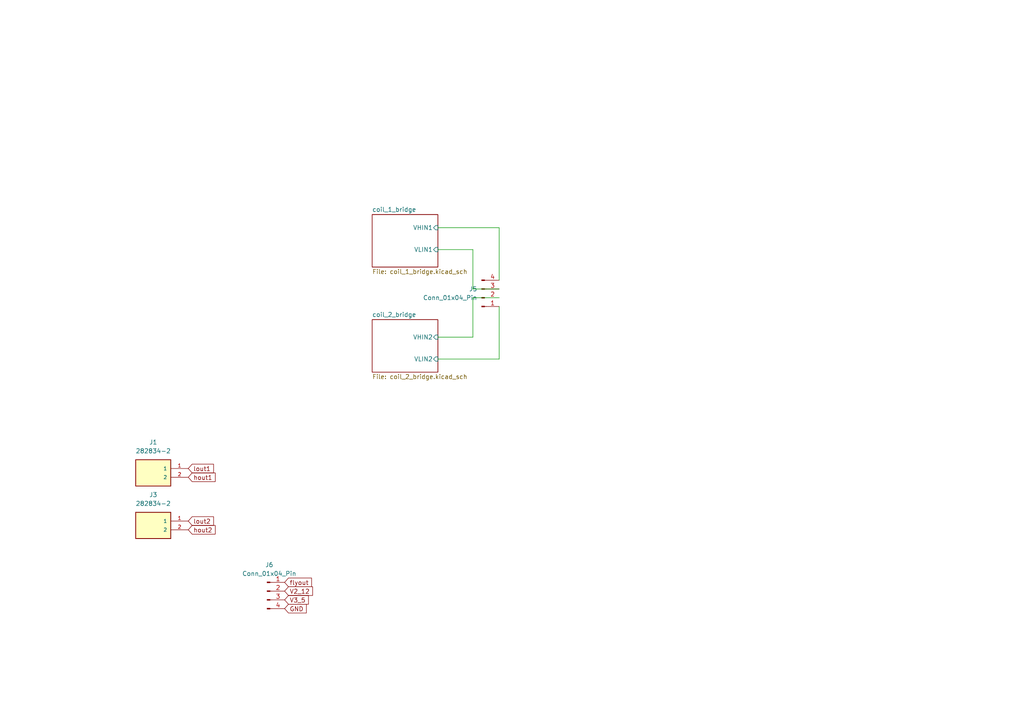
<source format=kicad_sch>
(kicad_sch
	(version 20231120)
	(generator "eeschema")
	(generator_version "8.0")
	(uuid "edf94242-0cdc-4580-8fae-fd56a0fef1a3")
	(paper "A4")
	(lib_symbols
		(symbol "282834-2:282834-2"
			(pin_names
				(offset 1.016)
			)
			(exclude_from_sim no)
			(in_bom yes)
			(on_board yes)
			(property "Reference" "J"
				(at -7.62 5.842 0)
				(effects
					(font
						(size 1.27 1.27)
					)
					(justify left bottom)
				)
			)
			(property "Value" "282834-2"
				(at -7.62 -5.08 0)
				(effects
					(font
						(size 1.27 1.27)
					)
					(justify left bottom)
				)
			)
			(property "Footprint" "282834-2:TE_282834-2"
				(at 0 0 0)
				(effects
					(font
						(size 1.27 1.27)
					)
					(justify bottom)
					(hide yes)
				)
			)
			(property "Datasheet" ""
				(at 0 0 0)
				(effects
					(font
						(size 1.27 1.27)
					)
					(hide yes)
				)
			)
			(property "Description" ""
				(at 0 0 0)
				(effects
					(font
						(size 1.27 1.27)
					)
					(hide yes)
				)
			)
			(property "Check_prices" "https://www.snapeda.com/parts/282834-2/TE+Connectivity+AMP+Connectors/view-part/?ref=eda"
				(at 0 0 0)
				(effects
					(font
						(size 1.27 1.27)
					)
					(justify bottom)
					(hide yes)
				)
			)
			(property "Package" "None"
				(at 0 0 0)
				(effects
					(font
						(size 1.27 1.27)
					)
					(justify bottom)
					(hide yes)
				)
			)
			(property "STANDARD" "Manufacturer Recommendations"
				(at 0 0 0)
				(effects
					(font
						(size 1.27 1.27)
					)
					(justify bottom)
					(hide yes)
				)
			)
			(property "PARTREV" "D"
				(at 0 0 0)
				(effects
					(font
						(size 1.27 1.27)
					)
					(justify bottom)
					(hide yes)
				)
			)
			(property "SnapEDA_Link" "https://www.snapeda.com/parts/282834-2/TE+Connectivity+AMP+Connectors/view-part/?ref=snap"
				(at 0 0 0)
				(effects
					(font
						(size 1.27 1.27)
					)
					(justify bottom)
					(hide yes)
				)
			)
			(property "Description_1" "\n                        \n                            Terminal Block Connector PCB 2.54 mm 30-16 AWG Green 10 A 150 V M1.6 | TE Connectivity 282834-2\n                        \n"
				(at 0 0 0)
				(effects
					(font
						(size 1.27 1.27)
					)
					(justify bottom)
					(hide yes)
				)
			)
			(property "Number_of_Positions" "2"
				(at 0 0 0)
				(effects
					(font
						(size 1.27 1.27)
					)
					(justify bottom)
					(hide yes)
				)
			)
			(property "MANUFACTURER" "TE Connectivity"
				(at 0 0 0)
				(effects
					(font
						(size 1.27 1.27)
					)
					(justify bottom)
					(hide yes)
				)
			)
			(property "Comment" "282834-2"
				(at 0 0 0)
				(effects
					(font
						(size 1.27 1.27)
					)
					(justify bottom)
					(hide yes)
				)
			)
			(property "MF" "TE Connectivity"
				(at 0 0 0)
				(effects
					(font
						(size 1.27 1.27)
					)
					(justify bottom)
					(hide yes)
				)
			)
			(property "MAXIMUM_PACKAGE_HEIGHT" "10 mm"
				(at 0 0 0)
				(effects
					(font
						(size 1.27 1.27)
					)
					(justify bottom)
					(hide yes)
				)
			)
			(property "Price" "None"
				(at 0 0 0)
				(effects
					(font
						(size 1.27 1.27)
					)
					(justify bottom)
					(hide yes)
				)
			)
			(property "MP" "282834-2"
				(at 0 0 0)
				(effects
					(font
						(size 1.27 1.27)
					)
					(justify bottom)
					(hide yes)
				)
			)
			(property "EU_RoHS_Compliance" "Compliant with Exemptions"
				(at 0 0 0)
				(effects
					(font
						(size 1.27 1.27)
					)
					(justify bottom)
					(hide yes)
				)
			)
			(property "Availability" "In Stock"
				(at 0 0 0)
				(effects
					(font
						(size 1.27 1.27)
					)
					(justify bottom)
					(hide yes)
				)
			)
			(property "Centerline_Pitch" "2.54 mm[.1 in]"
				(at 0 0 0)
				(effects
					(font
						(size 1.27 1.27)
					)
					(justify bottom)
					(hide yes)
				)
			)
			(property "SNAPEDA_PN" "282834-2"
				(at 0 0 0)
				(effects
					(font
						(size 1.27 1.27)
					)
					(justify bottom)
					(hide yes)
				)
			)
			(symbol "282834-2_0_0"
				(rectangle
					(start -7.62 -2.54)
					(end 2.54 5.08)
					(stroke
						(width 0.254)
						(type default)
					)
					(fill
						(type background)
					)
				)
				(pin passive line
					(at 7.62 2.54 180)
					(length 5.08)
					(name "1"
						(effects
							(font
								(size 1.016 1.016)
							)
						)
					)
					(number "1"
						(effects
							(font
								(size 1.016 1.016)
							)
						)
					)
				)
				(pin passive line
					(at 7.62 0 180)
					(length 5.08)
					(name "2"
						(effects
							(font
								(size 1.016 1.016)
							)
						)
					)
					(number "2"
						(effects
							(font
								(size 1.016 1.016)
							)
						)
					)
				)
			)
		)
		(symbol "Connector:Conn_01x04_Pin"
			(pin_names
				(offset 1.016) hide)
			(exclude_from_sim no)
			(in_bom yes)
			(on_board yes)
			(property "Reference" "J"
				(at 0 5.08 0)
				(effects
					(font
						(size 1.27 1.27)
					)
				)
			)
			(property "Value" "Conn_01x04_Pin"
				(at 0 -7.62 0)
				(effects
					(font
						(size 1.27 1.27)
					)
				)
			)
			(property "Footprint" ""
				(at 0 0 0)
				(effects
					(font
						(size 1.27 1.27)
					)
					(hide yes)
				)
			)
			(property "Datasheet" "~"
				(at 0 0 0)
				(effects
					(font
						(size 1.27 1.27)
					)
					(hide yes)
				)
			)
			(property "Description" "Generic connector, single row, 01x04, script generated"
				(at 0 0 0)
				(effects
					(font
						(size 1.27 1.27)
					)
					(hide yes)
				)
			)
			(property "ki_locked" ""
				(at 0 0 0)
				(effects
					(font
						(size 1.27 1.27)
					)
				)
			)
			(property "ki_keywords" "connector"
				(at 0 0 0)
				(effects
					(font
						(size 1.27 1.27)
					)
					(hide yes)
				)
			)
			(property "ki_fp_filters" "Connector*:*_1x??_*"
				(at 0 0 0)
				(effects
					(font
						(size 1.27 1.27)
					)
					(hide yes)
				)
			)
			(symbol "Conn_01x04_Pin_1_1"
				(polyline
					(pts
						(xy 1.27 -5.08) (xy 0.8636 -5.08)
					)
					(stroke
						(width 0.1524)
						(type default)
					)
					(fill
						(type none)
					)
				)
				(polyline
					(pts
						(xy 1.27 -2.54) (xy 0.8636 -2.54)
					)
					(stroke
						(width 0.1524)
						(type default)
					)
					(fill
						(type none)
					)
				)
				(polyline
					(pts
						(xy 1.27 0) (xy 0.8636 0)
					)
					(stroke
						(width 0.1524)
						(type default)
					)
					(fill
						(type none)
					)
				)
				(polyline
					(pts
						(xy 1.27 2.54) (xy 0.8636 2.54)
					)
					(stroke
						(width 0.1524)
						(type default)
					)
					(fill
						(type none)
					)
				)
				(rectangle
					(start 0.8636 -4.953)
					(end 0 -5.207)
					(stroke
						(width 0.1524)
						(type default)
					)
					(fill
						(type outline)
					)
				)
				(rectangle
					(start 0.8636 -2.413)
					(end 0 -2.667)
					(stroke
						(width 0.1524)
						(type default)
					)
					(fill
						(type outline)
					)
				)
				(rectangle
					(start 0.8636 0.127)
					(end 0 -0.127)
					(stroke
						(width 0.1524)
						(type default)
					)
					(fill
						(type outline)
					)
				)
				(rectangle
					(start 0.8636 2.667)
					(end 0 2.413)
					(stroke
						(width 0.1524)
						(type default)
					)
					(fill
						(type outline)
					)
				)
				(pin passive line
					(at 5.08 2.54 180)
					(length 3.81)
					(name "Pin_1"
						(effects
							(font
								(size 1.27 1.27)
							)
						)
					)
					(number "1"
						(effects
							(font
								(size 1.27 1.27)
							)
						)
					)
				)
				(pin passive line
					(at 5.08 0 180)
					(length 3.81)
					(name "Pin_2"
						(effects
							(font
								(size 1.27 1.27)
							)
						)
					)
					(number "2"
						(effects
							(font
								(size 1.27 1.27)
							)
						)
					)
				)
				(pin passive line
					(at 5.08 -2.54 180)
					(length 3.81)
					(name "Pin_3"
						(effects
							(font
								(size 1.27 1.27)
							)
						)
					)
					(number "3"
						(effects
							(font
								(size 1.27 1.27)
							)
						)
					)
				)
				(pin passive line
					(at 5.08 -5.08 180)
					(length 3.81)
					(name "Pin_4"
						(effects
							(font
								(size 1.27 1.27)
							)
						)
					)
					(number "4"
						(effects
							(font
								(size 1.27 1.27)
							)
						)
					)
				)
			)
		)
	)
	(wire
		(pts
			(xy 137.16 86.36) (xy 144.78 86.36)
		)
		(stroke
			(width 0)
			(type default)
		)
		(uuid "026b6d82-3957-4c52-9e88-9efea39a986b")
	)
	(wire
		(pts
			(xy 137.16 72.39) (xy 127 72.39)
		)
		(stroke
			(width 0)
			(type default)
		)
		(uuid "03d55461-4c1c-4238-9e0f-4fadb0bb1404")
	)
	(wire
		(pts
			(xy 137.16 83.82) (xy 137.16 72.39)
		)
		(stroke
			(width 0)
			(type default)
		)
		(uuid "20259597-1a2a-448d-a96c-790d03565b01")
	)
	(wire
		(pts
			(xy 127 104.14) (xy 144.78 104.14)
		)
		(stroke
			(width 0)
			(type default)
		)
		(uuid "293e1dd1-2676-4f06-b671-4de66718a500")
	)
	(wire
		(pts
			(xy 144.78 66.04) (xy 144.78 81.28)
		)
		(stroke
			(width 0)
			(type default)
		)
		(uuid "402b9c91-7d90-43a2-9db5-0a240a151a6c")
	)
	(wire
		(pts
			(xy 127 97.79) (xy 137.16 97.79)
		)
		(stroke
			(width 0)
			(type default)
		)
		(uuid "687dbde6-6291-4f22-bd3b-f702670df529")
	)
	(wire
		(pts
			(xy 127 66.04) (xy 144.78 66.04)
		)
		(stroke
			(width 0)
			(type default)
		)
		(uuid "ac134391-64a1-4cf5-8881-bf0c46491c48")
	)
	(wire
		(pts
			(xy 137.16 97.79) (xy 137.16 86.36)
		)
		(stroke
			(width 0)
			(type default)
		)
		(uuid "bc1e7dc1-63d0-44b2-a12c-15ba3c30e764")
	)
	(wire
		(pts
			(xy 144.78 88.9) (xy 144.78 104.14)
		)
		(stroke
			(width 0)
			(type default)
		)
		(uuid "cc07fcce-0081-469e-ae72-ee06f603a4ac")
	)
	(wire
		(pts
			(xy 137.16 83.82) (xy 144.78 83.82)
		)
		(stroke
			(width 0)
			(type default)
		)
		(uuid "f51c6936-01ce-4c7f-b0eb-f0fa784e61dd")
	)
	(global_label "lout1"
		(shape input)
		(at 54.61 135.89 0)
		(fields_autoplaced yes)
		(effects
			(font
				(size 1.27 1.27)
			)
			(justify left)
		)
		(uuid "39869d56-93b4-447a-9be4-42aa9d3df220")
		(property "Intersheetrefs" "${INTERSHEET_REFS}"
			(at 62.4936 135.89 0)
			(effects
				(font
					(size 1.27 1.27)
				)
				(justify left)
				(hide yes)
			)
		)
	)
	(global_label "GND"
		(shape input)
		(at 82.55 176.53 0)
		(fields_autoplaced yes)
		(effects
			(font
				(size 1.27 1.27)
			)
			(justify left)
		)
		(uuid "54f463d7-7fea-4aa4-baee-97c54a8afcc6")
		(property "Intersheetrefs" "${INTERSHEET_REFS}"
			(at 89.4057 176.53 0)
			(effects
				(font
					(size 1.27 1.27)
				)
				(justify left)
				(hide yes)
			)
		)
	)
	(global_label "V3_5"
		(shape input)
		(at 82.55 173.99 0)
		(fields_autoplaced yes)
		(effects
			(font
				(size 1.27 1.27)
			)
			(justify left)
		)
		(uuid "66f1dfff-a8d6-4c5d-963b-a200007c7494")
		(property "Intersheetrefs" "${INTERSHEET_REFS}"
			(at 90.0104 173.99 0)
			(effects
				(font
					(size 1.27 1.27)
				)
				(justify left)
				(hide yes)
			)
		)
	)
	(global_label "flyout"
		(shape input)
		(at 82.55 168.91 0)
		(fields_autoplaced yes)
		(effects
			(font
				(size 1.27 1.27)
			)
			(justify left)
		)
		(uuid "6d798c2c-bb66-4e71-addc-8fd8195a03d5")
		(property "Intersheetrefs" "${INTERSHEET_REFS}"
			(at 90.9174 168.91 0)
			(effects
				(font
					(size 1.27 1.27)
				)
				(justify left)
				(hide yes)
			)
		)
	)
	(global_label "lout2"
		(shape input)
		(at 54.61 151.13 0)
		(fields_autoplaced yes)
		(effects
			(font
				(size 1.27 1.27)
			)
			(justify left)
		)
		(uuid "7e3878c9-79f3-4f65-90fa-412d9e0c63c4")
		(property "Intersheetrefs" "${INTERSHEET_REFS}"
			(at 62.4936 151.13 0)
			(effects
				(font
					(size 1.27 1.27)
				)
				(justify left)
				(hide yes)
			)
		)
	)
	(global_label "hout2"
		(shape input)
		(at 54.61 153.67 0)
		(fields_autoplaced yes)
		(effects
			(font
				(size 1.27 1.27)
			)
			(justify left)
		)
		(uuid "d158d090-7e16-438a-abbd-a9ad0feeefac")
		(property "Intersheetrefs" "${INTERSHEET_REFS}"
			(at 62.9774 153.67 0)
			(effects
				(font
					(size 1.27 1.27)
				)
				(justify left)
				(hide yes)
			)
		)
	)
	(global_label "hout1"
		(shape input)
		(at 54.61 138.43 0)
		(fields_autoplaced yes)
		(effects
			(font
				(size 1.27 1.27)
			)
			(justify left)
		)
		(uuid "dc7be662-a160-4489-9708-1b13fa5b9b0c")
		(property "Intersheetrefs" "${INTERSHEET_REFS}"
			(at 62.9774 138.43 0)
			(effects
				(font
					(size 1.27 1.27)
				)
				(justify left)
				(hide yes)
			)
		)
	)
	(global_label "V2_12"
		(shape input)
		(at 82.55 171.45 0)
		(fields_autoplaced yes)
		(effects
			(font
				(size 1.27 1.27)
			)
			(justify left)
		)
		(uuid "f979b10f-5985-438b-92af-09b8a7f28d63")
		(property "Intersheetrefs" "${INTERSHEET_REFS}"
			(at 91.2199 171.45 0)
			(effects
				(font
					(size 1.27 1.27)
				)
				(justify left)
				(hide yes)
			)
		)
	)
	(symbol
		(lib_id "Connector:Conn_01x04_Pin")
		(at 77.47 171.45 0)
		(unit 1)
		(exclude_from_sim no)
		(in_bom yes)
		(on_board yes)
		(dnp no)
		(fields_autoplaced yes)
		(uuid "35d96daf-722e-4756-a1d5-0e3957474981")
		(property "Reference" "J6"
			(at 78.105 163.83 0)
			(effects
				(font
					(size 1.27 1.27)
				)
			)
		)
		(property "Value" "Conn_01x04_Pin"
			(at 78.105 166.37 0)
			(effects
				(font
					(size 1.27 1.27)
				)
			)
		)
		(property "Footprint" "Connector_PinHeader_1.00mm:PinHeader_1x04_P1.00mm_Horizontal"
			(at 77.47 171.45 0)
			(effects
				(font
					(size 1.27 1.27)
				)
				(hide yes)
			)
		)
		(property "Datasheet" "~"
			(at 77.47 171.45 0)
			(effects
				(font
					(size 1.27 1.27)
				)
				(hide yes)
			)
		)
		(property "Description" "Generic connector, single row, 01x04, script generated"
			(at 77.47 171.45 0)
			(effects
				(font
					(size 1.27 1.27)
				)
				(hide yes)
			)
		)
		(pin "3"
			(uuid "9882f52b-7a40-49b9-bd1e-e871c52127a7")
		)
		(pin "4"
			(uuid "a0cfc4ec-c930-42e8-8504-689b9997ae92")
		)
		(pin "2"
			(uuid "25cef3ce-0446-4d14-8479-42453e12c316")
		)
		(pin "1"
			(uuid "d49ba32e-3c33-4239-93f2-eed2042160db")
		)
		(instances
			(project ""
				(path "/edf94242-0cdc-4580-8fae-fd56a0fef1a3"
					(reference "J6")
					(unit 1)
				)
			)
		)
	)
	(symbol
		(lib_id "282834-2:282834-2")
		(at 46.99 153.67 0)
		(unit 1)
		(exclude_from_sim no)
		(in_bom yes)
		(on_board yes)
		(dnp no)
		(fields_autoplaced yes)
		(uuid "8ce93c13-e59c-4522-ad6b-60f7a4143f9f")
		(property "Reference" "J3"
			(at 44.45 143.51 0)
			(effects
				(font
					(size 1.27 1.27)
				)
			)
		)
		(property "Value" "282834-2"
			(at 44.45 146.05 0)
			(effects
				(font
					(size 1.27 1.27)
				)
			)
		)
		(property "Footprint" "TE_282834-2:TE_282834-2"
			(at 46.99 153.67 0)
			(effects
				(font
					(size 1.27 1.27)
				)
				(justify bottom)
				(hide yes)
			)
		)
		(property "Datasheet" ""
			(at 46.99 153.67 0)
			(effects
				(font
					(size 1.27 1.27)
				)
				(hide yes)
			)
		)
		(property "Description" ""
			(at 46.99 153.67 0)
			(effects
				(font
					(size 1.27 1.27)
				)
				(hide yes)
			)
		)
		(property "Check_prices" "https://www.snapeda.com/parts/282834-2/TE+Connectivity+AMP+Connectors/view-part/?ref=eda"
			(at 46.99 153.67 0)
			(effects
				(font
					(size 1.27 1.27)
				)
				(justify bottom)
				(hide yes)
			)
		)
		(property "Package" "None"
			(at 46.99 153.67 0)
			(effects
				(font
					(size 1.27 1.27)
				)
				(justify bottom)
				(hide yes)
			)
		)
		(property "STANDARD" "Manufacturer Recommendations"
			(at 46.99 153.67 0)
			(effects
				(font
					(size 1.27 1.27)
				)
				(justify bottom)
				(hide yes)
			)
		)
		(property "PARTREV" "D"
			(at 46.99 153.67 0)
			(effects
				(font
					(size 1.27 1.27)
				)
				(justify bottom)
				(hide yes)
			)
		)
		(property "SnapEDA_Link" "https://www.snapeda.com/parts/282834-2/TE+Connectivity+AMP+Connectors/view-part/?ref=snap"
			(at 46.99 153.67 0)
			(effects
				(font
					(size 1.27 1.27)
				)
				(justify bottom)
				(hide yes)
			)
		)
		(property "Description_1" "\n                        \n                            Terminal Block Connector PCB 2.54 mm 30-16 AWG Green 10 A 150 V M1.6 | TE Connectivity 282834-2\n                        \n"
			(at 46.99 153.67 0)
			(effects
				(font
					(size 1.27 1.27)
				)
				(justify bottom)
				(hide yes)
			)
		)
		(property "Number_of_Positions" "2"
			(at 46.99 153.67 0)
			(effects
				(font
					(size 1.27 1.27)
				)
				(justify bottom)
				(hide yes)
			)
		)
		(property "MANUFACTURER" "TE Connectivity"
			(at 46.99 153.67 0)
			(effects
				(font
					(size 1.27 1.27)
				)
				(justify bottom)
				(hide yes)
			)
		)
		(property "Comment" "282834-2"
			(at 46.99 153.67 0)
			(effects
				(font
					(size 1.27 1.27)
				)
				(justify bottom)
				(hide yes)
			)
		)
		(property "MF" "TE Connectivity"
			(at 46.99 153.67 0)
			(effects
				(font
					(size 1.27 1.27)
				)
				(justify bottom)
				(hide yes)
			)
		)
		(property "MAXIMUM_PACKAGE_HEIGHT" "10 mm"
			(at 46.99 153.67 0)
			(effects
				(font
					(size 1.27 1.27)
				)
				(justify bottom)
				(hide yes)
			)
		)
		(property "Price" "None"
			(at 46.99 153.67 0)
			(effects
				(font
					(size 1.27 1.27)
				)
				(justify bottom)
				(hide yes)
			)
		)
		(property "MP" "282834-2"
			(at 46.99 153.67 0)
			(effects
				(font
					(size 1.27 1.27)
				)
				(justify bottom)
				(hide yes)
			)
		)
		(property "EU_RoHS_Compliance" "Compliant with Exemptions"
			(at 46.99 153.67 0)
			(effects
				(font
					(size 1.27 1.27)
				)
				(justify bottom)
				(hide yes)
			)
		)
		(property "Availability" "In Stock"
			(at 46.99 153.67 0)
			(effects
				(font
					(size 1.27 1.27)
				)
				(justify bottom)
				(hide yes)
			)
		)
		(property "Centerline_Pitch" "2.54 mm[.1 in]"
			(at 46.99 153.67 0)
			(effects
				(font
					(size 1.27 1.27)
				)
				(justify bottom)
				(hide yes)
			)
		)
		(property "SNAPEDA_PN" "282834-2"
			(at 46.99 153.67 0)
			(effects
				(font
					(size 1.27 1.27)
				)
				(justify bottom)
				(hide yes)
			)
		)
		(pin "1"
			(uuid "31e74117-8700-4634-b0cc-d37530672c8d")
		)
		(pin "2"
			(uuid "bf4e44b2-65a2-4545-b2ca-dac91da9ff0f")
		)
		(instances
			(project "simulatedpcb"
				(path "/edf94242-0cdc-4580-8fae-fd56a0fef1a3"
					(reference "J3")
					(unit 1)
				)
			)
		)
	)
	(symbol
		(lib_id "282834-2:282834-2")
		(at 46.99 138.43 0)
		(unit 1)
		(exclude_from_sim no)
		(in_bom yes)
		(on_board yes)
		(dnp no)
		(fields_autoplaced yes)
		(uuid "b6ee454d-fc26-41bc-b83e-3f165d3f9b53")
		(property "Reference" "J1"
			(at 44.45 128.27 0)
			(effects
				(font
					(size 1.27 1.27)
				)
			)
		)
		(property "Value" "282834-2"
			(at 44.45 130.81 0)
			(effects
				(font
					(size 1.27 1.27)
				)
			)
		)
		(property "Footprint" "TE_282834-2:TE_282834-2"
			(at 46.99 138.43 0)
			(effects
				(font
					(size 1.27 1.27)
				)
				(justify bottom)
				(hide yes)
			)
		)
		(property "Datasheet" ""
			(at 46.99 138.43 0)
			(effects
				(font
					(size 1.27 1.27)
				)
				(hide yes)
			)
		)
		(property "Description" ""
			(at 46.99 138.43 0)
			(effects
				(font
					(size 1.27 1.27)
				)
				(hide yes)
			)
		)
		(property "Check_prices" "https://www.snapeda.com/parts/282834-2/TE+Connectivity+AMP+Connectors/view-part/?ref=eda"
			(at 46.99 138.43 0)
			(effects
				(font
					(size 1.27 1.27)
				)
				(justify bottom)
				(hide yes)
			)
		)
		(property "Package" "None"
			(at 46.99 138.43 0)
			(effects
				(font
					(size 1.27 1.27)
				)
				(justify bottom)
				(hide yes)
			)
		)
		(property "STANDARD" "Manufacturer Recommendations"
			(at 46.99 138.43 0)
			(effects
				(font
					(size 1.27 1.27)
				)
				(justify bottom)
				(hide yes)
			)
		)
		(property "PARTREV" "D"
			(at 46.99 138.43 0)
			(effects
				(font
					(size 1.27 1.27)
				)
				(justify bottom)
				(hide yes)
			)
		)
		(property "SnapEDA_Link" "https://www.snapeda.com/parts/282834-2/TE+Connectivity+AMP+Connectors/view-part/?ref=snap"
			(at 46.99 138.43 0)
			(effects
				(font
					(size 1.27 1.27)
				)
				(justify bottom)
				(hide yes)
			)
		)
		(property "Description_1" "\n                        \n                            Terminal Block Connector PCB 2.54 mm 30-16 AWG Green 10 A 150 V M1.6 | TE Connectivity 282834-2\n                        \n"
			(at 46.99 138.43 0)
			(effects
				(font
					(size 1.27 1.27)
				)
				(justify bottom)
				(hide yes)
			)
		)
		(property "Number_of_Positions" "2"
			(at 46.99 138.43 0)
			(effects
				(font
					(size 1.27 1.27)
				)
				(justify bottom)
				(hide yes)
			)
		)
		(property "MANUFACTURER" "TE Connectivity"
			(at 46.99 138.43 0)
			(effects
				(font
					(size 1.27 1.27)
				)
				(justify bottom)
				(hide yes)
			)
		)
		(property "Comment" "282834-2"
			(at 46.99 138.43 0)
			(effects
				(font
					(size 1.27 1.27)
				)
				(justify bottom)
				(hide yes)
			)
		)
		(property "MF" "TE Connectivity"
			(at 46.99 138.43 0)
			(effects
				(font
					(size 1.27 1.27)
				)
				(justify bottom)
				(hide yes)
			)
		)
		(property "MAXIMUM_PACKAGE_HEIGHT" "10 mm"
			(at 46.99 138.43 0)
			(effects
				(font
					(size 1.27 1.27)
				)
				(justify bottom)
				(hide yes)
			)
		)
		(property "Price" "None"
			(at 46.99 138.43 0)
			(effects
				(font
					(size 1.27 1.27)
				)
				(justify bottom)
				(hide yes)
			)
		)
		(property "MP" "282834-2"
			(at 46.99 138.43 0)
			(effects
				(font
					(size 1.27 1.27)
				)
				(justify bottom)
				(hide yes)
			)
		)
		(property "EU_RoHS_Compliance" "Compliant with Exemptions"
			(at 46.99 138.43 0)
			(effects
				(font
					(size 1.27 1.27)
				)
				(justify bottom)
				(hide yes)
			)
		)
		(property "Availability" "In Stock"
			(at 46.99 138.43 0)
			(effects
				(font
					(size 1.27 1.27)
				)
				(justify bottom)
				(hide yes)
			)
		)
		(property "Centerline_Pitch" "2.54 mm[.1 in]"
			(at 46.99 138.43 0)
			(effects
				(font
					(size 1.27 1.27)
				)
				(justify bottom)
				(hide yes)
			)
		)
		(property "SNAPEDA_PN" "282834-2"
			(at 46.99 138.43 0)
			(effects
				(font
					(size 1.27 1.27)
				)
				(justify bottom)
				(hide yes)
			)
		)
		(pin "1"
			(uuid "d80ac602-4796-4563-8eaf-76240f7a3d9e")
		)
		(pin "2"
			(uuid "a5d53b85-fd63-40c1-9331-795f26780835")
		)
		(instances
			(project "simulatedpcb"
				(path "/edf94242-0cdc-4580-8fae-fd56a0fef1a3"
					(reference "J1")
					(unit 1)
				)
			)
		)
	)
	(symbol
		(lib_id "Connector:Conn_01x04_Pin")
		(at 139.7 86.36 0)
		(mirror x)
		(unit 1)
		(exclude_from_sim no)
		(in_bom yes)
		(on_board yes)
		(dnp no)
		(uuid "f08b0a43-ad42-4f0a-b9dc-0b9a0bab144b")
		(property "Reference" "J5"
			(at 138.43 83.8199 0)
			(effects
				(font
					(size 1.27 1.27)
				)
				(justify right)
			)
		)
		(property "Value" "Conn_01x04_Pin"
			(at 138.43 86.3599 0)
			(effects
				(font
					(size 1.27 1.27)
				)
				(justify right)
			)
		)
		(property "Footprint" "Connector_PinHeader_1.00mm:PinHeader_1x04_P1.00mm_Horizontal"
			(at 139.7 86.36 0)
			(effects
				(font
					(size 1.27 1.27)
				)
				(hide yes)
			)
		)
		(property "Datasheet" "~"
			(at 139.7 86.36 0)
			(effects
				(font
					(size 1.27 1.27)
				)
				(hide yes)
			)
		)
		(property "Description" "Generic connector, single row, 01x04, script generated"
			(at 139.7 86.36 0)
			(effects
				(font
					(size 1.27 1.27)
				)
				(hide yes)
			)
		)
		(pin "4"
			(uuid "bbee6203-f110-4269-b3b6-ae1e0482f97f")
		)
		(pin "1"
			(uuid "9a947ab2-8911-4656-92a1-ad569cbb67b7")
		)
		(pin "3"
			(uuid "9d37cdab-4361-49de-85bb-3011cf9e4df5")
		)
		(pin "2"
			(uuid "fbdfaf9c-ca46-4184-ae74-f9632ce1dc5c")
		)
		(instances
			(project ""
				(path "/edf94242-0cdc-4580-8fae-fd56a0fef1a3"
					(reference "J5")
					(unit 1)
				)
			)
		)
	)
	(sheet
		(at 107.95 92.71)
		(size 19.05 15.24)
		(fields_autoplaced yes)
		(stroke
			(width 0.1524)
			(type solid)
		)
		(fill
			(color 0 0 0 0.0000)
		)
		(uuid "4ef6125f-d48c-4cdc-8ecc-782b01e6efd7")
		(property "Sheetname" "coil_2_bridge"
			(at 107.95 91.9984 0)
			(effects
				(font
					(size 1.27 1.27)
				)
				(justify left bottom)
			)
		)
		(property "Sheetfile" "coil_2_bridge.kicad_sch"
			(at 107.95 108.5346 0)
			(effects
				(font
					(size 1.27 1.27)
				)
				(justify left top)
			)
		)
		(pin "VHIN2" input
			(at 127 97.79 0)
			(effects
				(font
					(size 1.27 1.27)
				)
				(justify right)
			)
			(uuid "a3eff1ca-c177-4fe3-ab3e-4406ad926144")
		)
		(pin "VLIN2" input
			(at 127 104.14 0)
			(effects
				(font
					(size 1.27 1.27)
				)
				(justify right)
			)
			(uuid "619e7d5b-df48-4a13-a093-6ae02b345256")
		)
		(instances
			(project "doublebridgeright v8"
				(path "/edf94242-0cdc-4580-8fae-fd56a0fef1a3"
					(page "6")
				)
			)
		)
	)
	(sheet
		(at 107.95 62.23)
		(size 19.05 15.24)
		(fields_autoplaced yes)
		(stroke
			(width 0.1524)
			(type solid)
		)
		(fill
			(color 0 0 0 0.0000)
		)
		(uuid "e7939abf-f3c7-4c3c-afa8-080c8db56da1")
		(property "Sheetname" "coil_1_bridge"
			(at 107.95 61.5184 0)
			(effects
				(font
					(size 1.27 1.27)
				)
				(justify left bottom)
			)
		)
		(property "Sheetfile" "coil_1_bridge.kicad_sch"
			(at 107.95 78.0546 0)
			(effects
				(font
					(size 1.27 1.27)
				)
				(justify left top)
			)
		)
		(pin "VHIN1" input
			(at 127 66.04 0)
			(effects
				(font
					(size 1.27 1.27)
				)
				(justify right)
			)
			(uuid "5f400a16-5cfa-4313-bdd6-6f300ef3da0c")
		)
		(pin "VLIN1" input
			(at 127 72.39 0)
			(effects
				(font
					(size 1.27 1.27)
				)
				(justify right)
			)
			(uuid "ef69541d-9d33-43f3-8af5-a6e14f99013d")
		)
		(instances
			(project "doublebridgeright v8"
				(path "/edf94242-0cdc-4580-8fae-fd56a0fef1a3"
					(page "3")
				)
			)
		)
	)
	(sheet_instances
		(path "/"
			(page "1")
		)
	)
)

</source>
